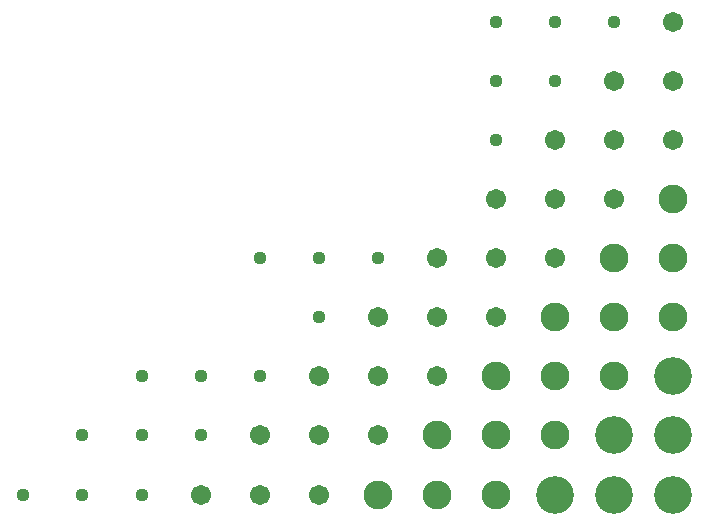
<source format=gbs>
G75*
%MOIN*%
%OFA0B0*%
%FSLAX25Y25*%
%IPPOS*%
%LPD*%
%AMOC8*
5,1,8,0,0,1.08239X$1,22.5*
%
%ADD10C,0.12611*%
%ADD11C,0.09658*%
%ADD12C,0.06706*%
%ADD13C,0.04369*%
D10*
X0281315Y0025409D03*
X0301000Y0025409D03*
X0320685Y0025409D03*
X0320685Y0045094D03*
X0301000Y0045094D03*
X0320685Y0064780D03*
D11*
X0301000Y0064780D03*
X0281315Y0064780D03*
X0261630Y0064780D03*
X0281315Y0084465D03*
X0301000Y0084465D03*
X0320685Y0084465D03*
X0320685Y0104150D03*
X0301000Y0104150D03*
X0320685Y0123835D03*
X0281315Y0045094D03*
X0261630Y0045094D03*
X0241945Y0045094D03*
X0241945Y0025409D03*
X0222260Y0025409D03*
X0261630Y0025409D03*
D12*
X0222260Y0045094D03*
X0202575Y0045094D03*
X0182890Y0045094D03*
X0182890Y0025409D03*
X0163205Y0025409D03*
X0202575Y0025409D03*
X0202575Y0064780D03*
X0222260Y0064780D03*
X0241945Y0064780D03*
X0241945Y0084465D03*
X0222260Y0084465D03*
X0241945Y0104150D03*
X0261630Y0104150D03*
X0281315Y0104150D03*
X0281315Y0123835D03*
X0301000Y0123835D03*
X0301000Y0143520D03*
X0281315Y0143520D03*
X0261630Y0123835D03*
X0320685Y0143520D03*
X0320685Y0163205D03*
X0301000Y0163205D03*
X0320685Y0182890D03*
X0261630Y0084465D03*
D13*
X0104150Y0025409D03*
X0123835Y0025409D03*
X0143520Y0025409D03*
X0143520Y0045094D03*
X0163205Y0045094D03*
X0163205Y0064780D03*
X0182890Y0064780D03*
X0202575Y0084465D03*
X0202575Y0104150D03*
X0222260Y0104150D03*
X0182890Y0104150D03*
X0143520Y0064780D03*
X0123835Y0045094D03*
X0261630Y0143520D03*
X0261630Y0163205D03*
X0281315Y0163205D03*
X0281315Y0182890D03*
X0301000Y0182890D03*
X0261630Y0182890D03*
M02*

</source>
